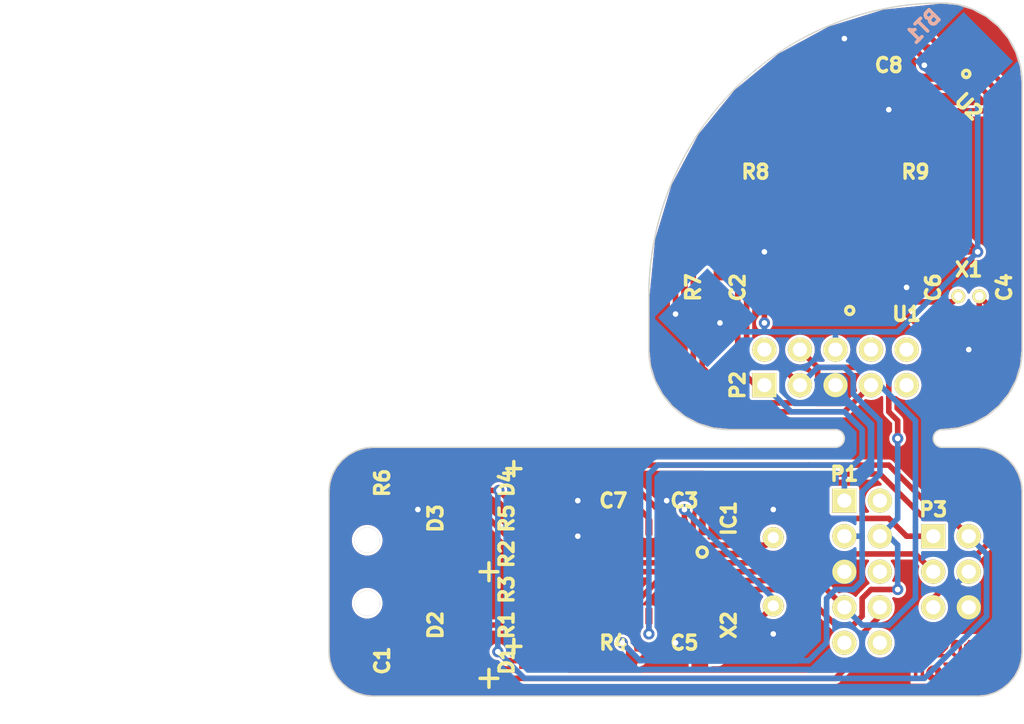
<source format=kicad_pcb>
(kicad_pcb (version 4) (host pcbnew "(2014-10-11 BZR 5175)-product")
  (layers (0 F.Cu signal) (31 B.Cu signal) (36 B.SilkS user) (37 F.SilkS user) (38 B.Mask user) (39 F.Mask user) (44 Edge.Cuts user))
  (net 0 "")
  (net 1 GND)
  (net 2 +5V)
  (net 3 /MOSI)
  (net 4 /MISO)
  (net 5 /D-)
  (net 6 /D+)
  (net 7 +BATT)
  (net 8 /MSP_XTAL1)
  (net 9 /MSP_XTAL2)
  (net 10 VCC)
  (net 11 /XTAL1)
  (net 12 /XTAL2)
  (net 13 "Net-(D1-Pad2)")
  (net 14 "Net-(D2-Pad2)")
  (net 15 "Net-(D4-Pad1)")
  (net 16 /AVR_RST)
  (net 17 /AVR_RTS)
  (net 18 /AVR_TX)
  (net 19 /SCK)
  (net 20 /AVR_RX)
  (net 21 /AVR_DTR)
  (net 22 "Net-(J1-Pad2)")
  (net 23 "Net-(J1-Pad3)")
  (net 24 /SCL)
  (net 25 /SDA)
  (module workshop:BC-2001 (layer B.Cu) (at 56.515 139.065 45)
    (fp_text reference BT1 (at 12.7 -3.81 45) (layer B.SilkS) (effects (font (thickness 0.25)) (justify mirror)))
    (fp_text value BATTERY hide)
    (pad 1 smd rect (at 12.95 0 45) (size 5 5) (layers B.Cu B.Mask) (net 7 +BATT))
    (pad 1 smd rect (at -12.95 0 45) (size 5 5) (layers B.Cu B.Mask) (net 7 +BATT))
    (pad 2 smd circle (at 0 0 45) (size 10 10) (layers B.Cu B.Mask) (net 1 GND))
  )
  (module workshop:USB_A_MC32604 (layer F.Cu) (at 25.4 166.37 270)
    (fp_text reference J1 hide)
    (fp_text value USB hide)
    (pad 4 smd rect (at -3.5 0 270) (size 1.3 1.7) (layers F.Cu F.Mask) (net 1 GND))
    (pad 3 smd rect (at -1 0 270) (size 1.3 1.7) (layers F.Cu F.Mask) (net 23 "Net-(J1-Pad3)"))
    (pad 2 smd rect (at 1 0.23 270) (size 1.3 1.7) (layers F.Cu F.Mask) (net 22 "Net-(J1-Pad2)"))
    (pad 1 smd rect (at 3.5 0 270) (size 1.3 1.7) (layers F.Cu F.Mask) (net 2 +5V))
    (pad 5 thru_hole circle (at -2.25 2.35 270) (size 1.8 1.8) (drill 1.8) (layers *.Cu *.Mask F.SilkS))
    (pad 6 thru_hole circle (at 2.25 2.35 270) (size 1.8 1.8) (drill 1.8) (layers *.Cu *.Mask F.SilkS))
  )
  (module workshop:0603 (layer F.Cu) (at 26.67 172.72 180)
    (fp_text reference C1 (at 2.54 0 270) (layer F.SilkS) (effects (font (thickness 0.25))))
    (fp_text value 4.7µF hide)
    (pad 1 smd rect (at -1.1 0 180) (size 1.2 0.9) (layers F.Cu F.Mask) (net 2 +5V))
    (pad 2 smd rect (at 1.1 0 180) (size 1.2 0.9) (layers F.Cu F.Mask) (net 1 GND))
  )
  (module workshop:0603 (layer F.Cu) (at 51.435 146.05 90)
    (fp_text reference C2 (at 0 -1.905 270) (layer F.SilkS) (effects (font (thickness 0.25))))
    (fp_text value 0.1µF hide)
    (pad 1 smd rect (at -1.1 0 90) (size 1.2 0.9) (layers F.Cu F.Mask) (net 7 +BATT))
    (pad 2 smd rect (at 1.1 0 90) (size 1.2 0.9) (layers F.Cu F.Mask) (net 1 GND))
  )
  (module workshop:0603 (layer F.Cu) (at 45.72 160.02 180)
    (fp_text reference C3 (at 0 -1.27 360) (layer F.SilkS) (effects (font (thickness 0.25))))
    (fp_text value 0.1µF hide)
    (pad 1 smd rect (at -1.1 0 180) (size 1.2 0.9) (layers F.Cu F.Mask) (net 10 VCC))
    (pad 2 smd rect (at 1.1 0 180) (size 1.2 0.9) (layers F.Cu F.Mask) (net 1 GND))
  )
  (module workshop:0603 (layer F.Cu) (at 67.945 149.225 90)
    (fp_text reference C4 (at 3.175 0.635 270) (layer F.SilkS) (effects (font (thickness 0.25))))
    (fp_text value 15pF hide)
    (pad 1 smd rect (at -1.1 0 90) (size 1.2 0.9) (layers F.Cu F.Mask) (net 1 GND))
    (pad 2 smd rect (at 1.1 0 90) (size 1.2 0.9) (layers F.Cu F.Mask) (net 8 /MSP_XTAL1))
  )
  (module workshop:0603 (layer F.Cu) (at 45.72 172.72)
    (fp_text reference C5 (at 0 -1.27 180) (layer F.SilkS) (effects (font (thickness 0.25))))
    (fp_text value 27pF hide)
    (pad 1 smd rect (at -1.1 0) (size 1.2 0.9) (layers F.Cu F.Mask) (net 1 GND))
    (pad 2 smd rect (at 1.1 0) (size 1.2 0.9) (layers F.Cu F.Mask) (net 11 /XTAL1))
  )
  (module workshop:0603 (layer F.Cu) (at 64.135 149.225 90)
    (fp_text reference C6 (at 3.175 -0.635 270) (layer F.SilkS) (effects (font (thickness 0.25))))
    (fp_text value 15pF hide)
    (pad 1 smd rect (at -1.1 0 90) (size 1.2 0.9) (layers F.Cu F.Mask) (net 1 GND))
    (pad 2 smd rect (at 1.1 0 90) (size 1.2 0.9) (layers F.Cu F.Mask) (net 9 /MSP_XTAL2))
  )
  (module workshop:0603 (layer F.Cu) (at 40.64 160.02)
    (fp_text reference C7 (at 0 1.27) (layer F.SilkS) (effects (font (thickness 0.25))))
    (fp_text value 27pF hide)
    (pad 1 smd rect (at -1.1 0) (size 1.2 0.9) (layers F.Cu F.Mask) (net 1 GND))
    (pad 2 smd rect (at 1.1 0) (size 1.2 0.9) (layers F.Cu F.Mask) (net 12 /XTAL2))
  )
  (module workshop:LED-0805 (layer F.Cu) (at 35.56 172.72)
    (fp_text reference D1 (at -2.54 0 90) (layer F.SilkS) (effects (font (thickness 0.25))))
    (fp_text value TX hide)
    (fp_line (start -2.032 -0.508) (end -2.032 -1.524) (layer F.SilkS) (width 0.25))
    (fp_line (start -1.524 -1.016) (end -2.54 -1.016) (layer F.SilkS) (width 0.25))
    (pad 1 smd rect (at -1.04902 0) (size 1.19888 1.19888) (layers F.Cu F.Mask) (net 10 VCC))
    (pad 2 smd rect (at 1.04902 0) (size 1.19888 1.19888) (layers F.Cu F.Mask) (net 13 "Net-(D1-Pad2)"))
  )
  (module workshop:LED-0805 (layer F.Cu) (at 35.56 160.02)
    (fp_text reference D4 (at -2.54 0 90) (layer F.SilkS) (effects (font (thickness 0.25))))
    (fp_text value POWER hide)
    (fp_line (start -2.032 -0.508) (end -2.032 -1.524) (layer F.SilkS) (width 0.25))
    (fp_line (start -1.524 -1.016) (end -2.54 -1.016) (layer F.SilkS) (width 0.25))
    (pad 1 smd rect (at -1.04902 0) (size 1.19888 1.19888) (layers F.Cu F.Mask) (net 15 "Net-(D4-Pad1)"))
    (pad 2 smd rect (at 1.04902 0) (size 1.19888 1.19888) (layers F.Cu F.Mask) (net 1 GND))
  )
  (module workshop:Pin_Header_Straight_2x03 (layer F.Cu) (at 64.77 166.37 270)
    (fp_text reference P3 (at -4.445 1.27 540) (layer F.SilkS) (effects (font (thickness 0.25))))
    (fp_text value ISP hide)
    (pad 1 thru_hole rect (at -2.54 1.27 270) (size 1.7272 1.7272) (drill 1.016) (layers *.Cu *.Mask F.SilkS) (net 4 /MISO))
    (pad 2 thru_hole oval (at -2.54 -1.27 270) (size 1.7272 1.7272) (drill 1.016) (layers *.Cu *.Mask F.SilkS) (net 10 VCC))
    (pad 3 thru_hole oval (at 0 1.27 270) (size 1.7272 1.7272) (drill 1.016) (layers *.Cu *.Mask F.SilkS) (net 19 /SCK))
    (pad 4 thru_hole oval (at 0 -1.27 270) (size 1.7272 1.7272) (drill 1.016) (layers *.Cu *.Mask F.SilkS) (net 3 /MOSI))
    (pad 5 thru_hole oval (at 2.54 1.27 270) (size 1.7272 1.7272) (drill 1.016) (layers *.Cu *.Mask F.SilkS) (net 16 /AVR_RST))
    (pad 6 thru_hole oval (at 2.54 -1.27 270) (size 1.7272 1.7272) (drill 1.016) (layers *.Cu *.Mask F.SilkS) (net 1 GND))
  )
  (module workshop:0603 (layer F.Cu) (at 35.56 170.18)
    (fp_text reference R1 (at -2.54 0 90) (layer F.SilkS) (effects (font (thickness 0.25))))
    (fp_text value 1k5 hide)
    (pad 1 smd rect (at -1.1 0) (size 1.2 0.9) (layers F.Cu F.Mask) (net 22 "Net-(J1-Pad2)"))
    (pad 2 smd rect (at 1.1 0) (size 1.2 0.9) (layers F.Cu F.Mask) (net 10 VCC))
  )
  (module workshop:0603 (layer F.Cu) (at 35.56 165.1 180)
    (fp_text reference R2 (at 2.54 0 270) (layer F.SilkS) (effects (font (thickness 0.25))))
    (fp_text value 68 hide)
    (pad 1 smd rect (at -1.1 0 180) (size 1.2 0.9) (layers F.Cu F.Mask) (net 6 /D+))
    (pad 2 smd rect (at 1.1 0 180) (size 1.2 0.9) (layers F.Cu F.Mask) (net 23 "Net-(J1-Pad3)"))
  )
  (module workshop:0603 (layer F.Cu) (at 35.56 167.64 180)
    (fp_text reference R3 (at 2.54 0 270) (layer F.SilkS) (effects (font (thickness 0.25))))
    (fp_text value 68 hide)
    (pad 1 smd rect (at -1.1 0 180) (size 1.2 0.9) (layers F.Cu F.Mask) (net 5 /D-))
    (pad 2 smd rect (at 1.1 0 180) (size 1.2 0.9) (layers F.Cu F.Mask) (net 22 "Net-(J1-Pad2)"))
  )
  (module workshop:0603 (layer F.Cu) (at 40.64 172.72 180)
    (fp_text reference R4 (at 0 1.27 360) (layer F.SilkS) (effects (font (thickness 0.25))))
    (fp_text value 68 hide)
    (pad 1 smd rect (at -1.1 0 180) (size 1.2 0.9) (layers F.Cu F.Mask) (net 18 /AVR_TX))
    (pad 2 smd rect (at 1.1 0 180) (size 1.2 0.9) (layers F.Cu F.Mask) (net 13 "Net-(D1-Pad2)"))
  )
  (module workshop:0603 (layer F.Cu) (at 35.56 162.56)
    (fp_text reference R5 (at -2.54 0 270) (layer F.SilkS) (effects (font (thickness 0.25))))
    (fp_text value 68 hide)
    (pad 1 smd rect (at -1.1 0) (size 1.2 0.9) (layers F.Cu F.Mask) (net 10 VCC))
    (pad 2 smd rect (at 1.1 0) (size 1.2 0.9) (layers F.Cu F.Mask) (net 15 "Net-(D4-Pad1)"))
  )
  (module workshop:0603 (layer F.Cu) (at 26.67 160.02)
    (fp_text reference R6 (at -2.54 0 90) (layer F.SilkS) (effects (font (thickness 0.25))))
    (fp_text value 10k hide)
    (pad 1 smd rect (at -1.1 0) (size 1.2 0.9) (layers F.Cu F.Mask) (net 16 /AVR_RST))
    (pad 2 smd rect (at 1.1 0) (size 1.2 0.9) (layers F.Cu F.Mask) (net 10 VCC))
  )
  (module workshop:0603 (layer F.Cu) (at 48.26 146.05 270)
    (fp_text reference R7 (at 0 1.905 450) (layer F.SilkS) (effects (font (thickness 0.25))))
    (fp_text value 10k hide)
    (pad 1 smd rect (at -1.1 0 270) (size 1.2 0.9) (layers F.Cu F.Mask) (net 21 /AVR_DTR))
    (pad 2 smd rect (at 1.1 0 270) (size 1.2 0.9) (layers F.Cu F.Mask) (net 7 +BATT))
  )
  (module workshop:TSSOP-28 (layer F.Cu) (at 56.515 143.51 90)
    (fp_text reference U1 (at -4.445 5.08 180) (layer F.SilkS) (effects (font (thickness 0.25))))
    (fp_text value MSP430FR5738 hide)
    (fp_circle (center -4.191 1.016) (end -4.318 1.27) (layer F.SilkS) (width 0.25))
    (pad 7 smd rect (at -0.32512 2.79908 90) (size 0.4191 1.47066) (layers F.Cu F.Mask))
    (pad 8 smd rect (at 0.32512 2.79908 90) (size 0.4191 1.47066) (layers F.Cu F.Mask))
    (pad 9 smd rect (at 0.97536 2.79908 90) (size 0.4191 1.47066) (layers F.Cu F.Mask))
    (pad 10 smd rect (at 1.6256 2.79908 90) (size 0.4191 1.47066) (layers F.Cu F.Mask))
    (pad 25 smd rect (at -2.26568 -2.794 90) (size 0.4191 1.47066) (layers F.Cu F.Mask) (net 1 GND))
    (pad 4 smd rect (at -2.27584 2.79908 90) (size 0.4191 1.47066) (layers F.Cu F.Mask) (net 7 +BATT))
    (pad 5 smd rect (at -1.6256 2.79908 90) (size 0.4191 1.47066) (layers F.Cu F.Mask))
    (pad 6 smd rect (at -0.97536 2.79908 90) (size 0.4191 1.47066) (layers F.Cu F.Mask))
    (pad 18 smd rect (at 2.27584 -2.79908 90) (size 0.4191 1.47066) (layers F.Cu F.Mask) (net 21 /AVR_DTR))
    (pad 19 smd rect (at 1.6256 -2.79908 90) (size 0.4191 1.47066) (layers F.Cu F.Mask) (net 20 /AVR_RX))
    (pad 20 smd rect (at 0.97536 -2.79908 90) (size 0.4191 1.47066) (layers F.Cu F.Mask) (net 18 /AVR_TX))
    (pad 21 smd rect (at 0.32512 -2.79908 90) (size 0.4191 1.47066) (layers F.Cu F.Mask))
    (pad 22 smd rect (at -0.32512 -2.79908 90) (size 0.4191 1.47066) (layers F.Cu F.Mask) (net 25 /SDA))
    (pad 23 smd rect (at -0.97536 -2.79908 90) (size 0.4191 1.47066) (layers F.Cu F.Mask) (net 24 /SCL))
    (pad 11 smd rect (at 2.27584 2.79908 90) (size 0.4191 1.47066) (layers F.Cu F.Mask))
    (pad 24 smd rect (at -1.6256 -2.794 90) (size 0.4191 1.47066) (layers F.Cu F.Mask))
    (pad 3 smd rect (at -2.92608 2.79908 90) (size 0.4191 1.47066) (layers F.Cu F.Mask) (net 1 GND))
    (pad 12 smd rect (at 2.92608 2.79908 90) (size 0.4191 1.47066) (layers F.Cu F.Mask))
    (pad 17 smd rect (at 2.92608 -2.79908 90) (size 0.4191 1.47066) (layers F.Cu F.Mask) (net 17 /AVR_RTS))
    (pad 26 smd rect (at -2.92608 -2.79908 90) (size 0.4191 1.47066) (layers F.Cu F.Mask) (net 7 +BATT))
    (pad 2 smd rect (at -3.57378 2.79908 90) (size 0.4191 1.47066) (layers F.Cu F.Mask) (net 9 /MSP_XTAL2))
    (pad 13 smd rect (at 3.57378 2.79908 90) (size 0.4191 1.47066) (layers F.Cu F.Mask))
    (pad 16 smd rect (at 3.57378 -2.79908 90) (size 0.4191 1.47066) (layers F.Cu F.Mask))
    (pad 27 smd rect (at -3.57378 -2.79908 90) (size 0.4191 1.47066) (layers F.Cu F.Mask))
    (pad 1 smd rect (at -4.22402 2.79908 90) (size 0.4191 1.47066) (layers F.Cu F.Mask) (net 8 /MSP_XTAL1))
    (pad 14 smd rect (at 4.22402 2.79908 90) (size 0.4191 1.47066) (layers F.Cu F.Mask))
    (pad 15 smd rect (at 4.22402 -2.79908 90) (size 0.4191 1.47066) (layers F.Cu F.Mask))
    (pad 28 smd rect (at -4.22402 -2.79908 90) (size 0.4191 1.47066) (layers F.Cu F.Mask))
  )
  (module workshop:SOIC-14_N (layer F.Cu) (at 43.18 166.497 180)
    (fp_text reference IC1 (at -5.715 3.937 270) (layer F.SilkS) (effects (font (thickness 0.25))))
    (fp_text value ATTINY841-SSU hide)
    (fp_circle (center -3.81 1.524) (end -3.556 1.778) (layer F.SilkS) (width 0.25))
    (pad 1 smd rect (at -3.81 3.302 180) (size 0.508 1.143) (layers F.Cu F.Mask) (net 10 VCC))
    (pad 2 smd rect (at -2.54 3.302 180) (size 0.508 1.143) (layers F.Cu F.Mask) (net 11 /XTAL1))
    (pad 3 smd rect (at -1.27 3.302 180) (size 0.508 1.143) (layers F.Cu F.Mask) (net 12 /XTAL2))
    (pad 4 smd rect (at 0 3.302 180) (size 0.508 1.143) (layers F.Cu F.Mask) (net 16 /AVR_RST))
    (pad 5 smd rect (at 1.27 3.302 180) (size 0.508 1.143) (layers F.Cu F.Mask) (net 5 /D-))
    (pad 6 smd rect (at 2.54 3.302 180) (size 0.508 1.143) (layers F.Cu F.Mask) (net 6 /D+))
    (pad 7 smd rect (at 3.81 3.302 180) (size 0.508 1.143) (layers F.Cu F.Mask) (net 3 /MOSI))
    (pad 8 smd rect (at 3.81 -3.048 180) (size 0.508 1.143) (layers F.Cu F.Mask) (net 4 /MISO))
    (pad 9 smd rect (at 2.54 -3.048 180) (size 0.508 1.143) (layers F.Cu F.Mask) (net 19 /SCK))
    (pad 11 smd rect (at 0 -3.048 180) (size 0.508 1.143) (layers F.Cu F.Mask) (net 20 /AVR_RX))
    (pad 12 smd rect (at -1.27 -3.048 180) (size 0.508 1.143) (layers F.Cu F.Mask) (net 18 /AVR_TX))
    (pad 13 smd rect (at -2.54 -3.048 180) (size 0.508 1.143) (layers F.Cu F.Mask) (net 21 /AVR_DTR))
    (pad 14 smd rect (at -3.81 -3.048 180) (size 0.508 1.143) (layers F.Cu F.Mask) (net 1 GND))
    (pad 10 smd rect (at 1.27 -3.048 180) (size 0.508 1.143) (layers F.Cu F.Mask) (net 17 /AVR_RTS))
  )
  (module workshop:Pin_Header_Straight_2x05 (layer F.Cu) (at 58.42 166.37 270)
    (fp_text reference P1 (at -6.985 1.27 540) (layer F.SilkS) (effects (font (thickness 0.25))))
    (fp_text value BSL hide)
    (pad 1 thru_hole rect (at -5.08 1.27 270) (size 1.7272 1.7272) (drill 1.016) (layers *.Cu *.Mask F.SilkS) (net 20 /AVR_RX))
    (pad 2 thru_hole oval (at -5.08 -1.27 270) (size 1.7272 1.7272) (drill 1.016) (layers *.Cu *.Mask F.SilkS))
    (pad 3 thru_hole oval (at -2.54 1.27 270) (size 1.7272 1.7272) (drill 1.016) (layers *.Cu *.Mask F.SilkS) (net 18 /AVR_TX))
    (pad 4 thru_hole oval (at -2.54 -1.27 270) (size 1.7272 1.7272) (drill 1.016) (layers *.Cu *.Mask F.SilkS) (net 21 /AVR_DTR))
    (pad 5 thru_hole oval (at 0 1.27 270) (size 1.7272 1.7272) (drill 1.016) (layers *.Cu *.Mask F.SilkS) (net 1 GND))
    (pad 6 thru_hole oval (at 0 -1.27 270) (size 1.7272 1.7272) (drill 1.016) (layers *.Cu *.Mask F.SilkS))
    (pad 7 thru_hole oval (at 2.54 1.27 270) (size 1.7272 1.7272) (drill 1.016) (layers *.Cu *.Mask F.SilkS) (net 17 /AVR_RTS))
    (pad 8 thru_hole oval (at 2.54 -1.27 270) (size 1.7272 1.7272) (drill 1.016) (layers *.Cu *.Mask F.SilkS) (net 2 +5V))
    (pad 9 thru_hole oval (at 5.08 1.27 270) (size 1.7272 1.7272) (drill 1.016) (layers *.Cu *.Mask F.SilkS))
    (pad 10 thru_hole oval (at 5.08 -1.27 270) (size 1.7272 1.7272) (drill 1.016) (layers *.Cu *.Mask F.SilkS))
  )
  (module workshop:Pin_Header_Straight_2x05 (layer F.Cu) (at 56.515 151.765)
    (fp_text reference P2 (at -6.985 1.27 90) (layer F.SilkS) (effects (font (thickness 0.25))))
    (fp_text value BSL hide)
    (pad 1 thru_hole rect (at -5.08 1.27) (size 1.7272 1.7272) (drill 1.016) (layers *.Cu *.Mask F.SilkS) (net 20 /AVR_RX))
    (pad 2 thru_hole oval (at -5.08 -1.27) (size 1.7272 1.7272) (drill 1.016) (layers *.Cu *.Mask F.SilkS))
    (pad 3 thru_hole oval (at -2.54 1.27) (size 1.7272 1.7272) (drill 1.016) (layers *.Cu *.Mask F.SilkS) (net 18 /AVR_TX))
    (pad 4 thru_hole oval (at -2.54 -1.27) (size 1.7272 1.7272) (drill 1.016) (layers *.Cu *.Mask F.SilkS) (net 21 /AVR_DTR))
    (pad 5 thru_hole oval (at 0 1.27) (size 1.7272 1.7272) (drill 1.016) (layers *.Cu *.Mask F.SilkS) (net 1 GND))
    (pad 6 thru_hole oval (at 0 -1.27) (size 1.7272 1.7272) (drill 1.016) (layers *.Cu *.Mask F.SilkS) (net 7 +BATT))
    (pad 7 thru_hole oval (at 2.54 1.27) (size 1.7272 1.7272) (drill 1.016) (layers *.Cu *.Mask F.SilkS) (net 17 /AVR_RTS))
    (pad 8 thru_hole oval (at 2.54 -1.27) (size 1.7272 1.7272) (drill 1.016) (layers *.Cu *.Mask F.SilkS))
    (pad 9 thru_hole oval (at 5.08 1.27) (size 1.7272 1.7272) (drill 1.016) (layers *.Cu *.Mask F.SilkS))
    (pad 10 thru_hole oval (at 5.08 -1.27) (size 1.7272 1.7272) (drill 1.016) (layers *.Cu *.Mask F.SilkS))
  )
  (module workshop:Diode-SMA_Standard (layer F.Cu) (at 30.48 170.18 90)
    (fp_text reference D2 (at 0 -2.54 90) (layer F.SilkS) (effects (font (thickness 0.25))))
    (fp_text value DIODE hide)
    (fp_line (start -3.81 0.635) (end -3.81 1.905) (layer F.SilkS) (width 0.25))
    (fp_line (start -3.175 1.27) (end -4.445 1.27) (layer F.SilkS) (width 0.25))
    (pad 1 smd rect (at -1.99898 0 90) (size 2.49936 1.80086) (layers F.Cu F.Mask) (net 2 +5V))
    (pad 2 smd rect (at 1.99898 0 90) (size 2.49936 1.80086) (layers F.Cu F.Mask) (net 14 "Net-(D2-Pad2)"))
  )
  (module workshop:Diode-SMA_Standard (layer F.Cu) (at 30.48 162.56 90)
    (fp_text reference D3 (at 0 -2.54 90) (layer F.SilkS) (effects (font (thickness 0.25))))
    (fp_text value DIODE hide)
    (fp_line (start -3.81 0.635) (end -3.81 1.905) (layer F.SilkS) (width 0.25))
    (fp_line (start -3.175 1.27) (end -4.445 1.27) (layer F.SilkS) (width 0.25))
    (pad 1 smd rect (at -1.99898 0 90) (size 2.49936 1.80086) (layers F.Cu F.Mask) (net 14 "Net-(D2-Pad2)"))
    (pad 2 smd rect (at 1.99898 0 90) (size 2.49936 1.80086) (layers F.Cu F.Mask) (net 10 VCC))
  )
  (module workshop:Crystal_HC49-U_Vertical (layer F.Cu) (at 52.07 166.37 90)
    (fp_text reference X2 (at -3.81 -3.175 270) (layer F.SilkS) (effects (font (thickness 0.25))))
    (fp_text value 12MHz hide)
    (pad 1 thru_hole circle (at -2.44094 0 90) (size 1.50114 1.50114) (drill 0.8001) (layers *.Cu *.Mask F.SilkS) (net 11 /XTAL1))
    (pad 2 thru_hole circle (at 2.44094 0 90) (size 1.50114 1.50114) (drill 0.8001) (layers *.Cu *.Mask F.SilkS) (net 12 /XTAL2))
    (pad 3 smd rect (at -5.715 0 90) (size 1.27 1.27) (layers F.Cu F.Mask) (net 1 GND))
    (pad 3 smd rect (at 5.715 0 90) (size 1.27 1.27) (layers F.Cu F.Mask) (net 1 GND))
  )
  (module workshop:Crystal_Round_Horizontal_2mm (layer F.Cu) (at 66.04 146.685 180)
    (fp_text reference X1 (at 0 1.905 180) (layer F.SilkS) (effects (font (thickness 0.25))))
    (fp_text value 32768Hz hide)
    (pad 1 thru_hole circle (at -0.7493 0 180) (size 1.00076 1.00076) (drill 0.59944) (layers *.Cu *.Mask F.SilkS) (net 8 /MSP_XTAL1))
    (pad 2 thru_hole circle (at 0.7493 0 180) (size 1.00076 1.00076) (drill 0.59944) (layers *.Cu *.Mask F.SilkS) (net 9 /MSP_XTAL2))
    (pad 3 smd rect (at 0 -6.35 180) (size 1.27 1.27) (layers F.Cu F.Mask) (net 1 GND))
  )
  (module workshop:0603 (layer F.Cu) (at 60.325 128.27 180)
    (fp_text reference C8 (at 0 -1.905 360) (layer F.SilkS) (effects (font (thickness 0.25))))
    (fp_text value 0.1µF hide)
    (pad 1 smd rect (at -1.1 0 180) (size 1.2 0.9) (layers F.Cu F.Mask) (net 7 +BATT))
    (pad 2 smd rect (at 1.1 0 180) (size 1.2 0.9) (layers F.Cu F.Mask) (net 1 GND))
  )
  (module workshop:0603 (layer F.Cu) (at 59.055 137.795)
    (fp_text reference R8 (at -8.255 0 180) (layer F.SilkS) (effects (font (thickness 0.25))))
    (fp_text value 10k hide)
    (pad 1 smd rect (at -1.1 0) (size 1.2 0.9) (layers F.Cu F.Mask) (net 24 /SCL))
    (pad 2 smd rect (at 1.1 0) (size 1.2 0.9) (layers F.Cu F.Mask) (net 7 +BATT))
  )
  (module workshop:0603 (layer F.Cu) (at 53.975 137.795 180)
    (fp_text reference R9 (at -8.255 0 360) (layer F.SilkS) (effects (font (thickness 0.25))))
    (fp_text value 10k hide)
    (pad 1 smd rect (at -1.1 0 180) (size 1.2 0.9) (layers F.Cu F.Mask) (net 25 /SDA))
    (pad 2 smd rect (at 1.1 0 180) (size 1.2 0.9) (layers F.Cu F.Mask) (net 7 +BATT))
  )
  (module workshop:MSOP-8 (layer F.Cu) (at 66.04 129.54 45)
    (fp_text reference U2 (at -2.54 2.54 135) (layer F.SilkS) (effects (font (thickness 0.25))))
    (fp_text value TMP275 hide)
    (fp_circle (center -1.016 0.762) (end -1.016 1.016) (layer F.SilkS) (width 0.25))
    (pad 1 smd rect (at -0.97536 2.159 45) (size 0.381 1.27) (layers F.Cu F.Mask) (net 25 /SDA))
    (pad 2 smd rect (at -0.32512 2.159 45) (size 0.381 1.27) (layers F.Cu F.Mask) (net 24 /SCL))
    (pad 3 smd rect (at 0.32512 2.159 45) (size 0.381 1.27) (layers F.Cu F.Mask))
    (pad 4 smd rect (at 0.97536 2.159 45) (size 0.381 1.27) (layers F.Cu F.Mask) (net 1 GND))
    (pad 5 smd rect (at 0.97536 -2.159 45) (size 0.381 1.27) (layers F.Cu F.Mask) (net 1 GND))
    (pad 6 smd rect (at 0.32512 -2.159 45) (size 0.381 1.27) (layers F.Cu F.Mask) (net 1 GND))
    (pad 7 smd rect (at -0.32512 -2.159 45) (size 0.381 1.27) (layers F.Cu F.Mask) (net 1 GND))
    (pad 8 smd rect (at -0.97536 -2.159 45) (size 0.381 1.27) (layers F.Cu F.Mask) (net 7 +BATT))
  )
  (gr_text V1.1 (at 54.61 132.08) (layer F.Cu) (effects (font (size 1 1) (thickness 0.25)) (justify right)))
  (gr_text "©2014\nb@Zi.iS" (at 54.61 134.62) (layer F.Cu) (effects (font (size 1 1) (thickness 0.25)) (justify right)))
  (gr_line (start 43.18 150.495) (end 43.18 146.685) (angle 90) (layer Edge.Cuts) (width 0.1))
  (gr_line (start 69.85 131.445) (end 69.85 150.495) (angle 90) (layer Edge.Cuts) (width 0.1))
  (gr_arc (start 64.135 150.495) (end 69.85 150.495) (angle 90) (layer Edge.Cuts) (width 0.1))
  (gr_line (start 48.895 156.21) (end 56.515 156.21) (angle 90) (layer Edge.Cuts) (width 0.1))
  (gr_arc (start 48.895 150.495) (end 48.895 156.21) (angle 90) (layer Edge.Cuts) (width 0.1))
  (gr_arc (start 64.135 131.445) (end 64.135 125.73) (angle 90) (layer Edge.Cuts) (width 0.1))
  (gr_arc (start 64.135 146.685) (end 43.18 146.685) (angle 90) (layer Edge.Cuts) (width 0.1))
  (gr_line (start 49.53 157.48) (end 56.515 157.48) (angle 90) (layer Edge.Cuts) (width 0.1))
  (gr_line (start 64.135 157.48) (end 66.675 157.48) (angle 90) (layer Edge.Cuts) (width 0.1))
  (gr_text V1.1 (at 64.77 159.385) (layer F.Cu) (effects (font (size 1 1) (thickness 0.25))))
  (gr_line (start 66.675 175.26) (end 23.495 175.26) (angle 90) (layer Edge.Cuts) (width 0.1))
  (gr_line (start 20.32 172.085) (end 20.32 160.655) (angle 90) (layer Edge.Cuts) (width 0.1))
  (gr_line (start 23.495 157.48) (end 49.53 157.48) (angle 90) (layer Edge.Cuts) (width 0.1))
  (gr_arc (start 56.515 156.845) (end 57.15 156.845) (angle 90) (layer Edge.Cuts) (width 0.1))
  (gr_arc (start 64.135 156.845) (end 64.135 157.48) (angle 90) (layer Edge.Cuts) (width 0.1))
  (gr_line (start 69.85 172.085) (end 69.85 160.655) (angle 90) (layer Edge.Cuts) (width 0.1))
  (gr_arc (start 64.135 156.845) (end 63.5 156.845) (angle 90) (layer Edge.Cuts) (width 0.1))
  (gr_arc (start 56.515 156.845) (end 56.515 156.21) (angle 90) (layer Edge.Cuts) (width 0.1))
  (gr_arc (start 66.675 160.655) (end 66.675 157.48) (angle 90) (layer Edge.Cuts) (width 0.1))
  (gr_arc (start 23.495 160.655) (end 20.32 160.655) (angle 90) (layer Edge.Cuts) (width 0.1))
  (gr_arc (start 66.675 172.085) (end 69.85 172.085) (angle 90) (layer Edge.Cuts) (width 0.1))
  (gr_arc (start 23.495 172.085) (end 23.495 175.26) (angle 90) (layer Edge.Cuts) (width 0.1))
  (gr_text "©2014\nb@Zi.iS" (at 64.77 172.72) (layer F.Cu) (effects (font (size 1 1) (thickness 0.25))))
  (segment (start 52.07 172.085) (end 52.07 170.815) (width 0.4) (layer F.Cu) (net 1))
  (via (at 52.07 170.815) (size 0.8) (layers F.Cu B.Cu) (net 1))
  (segment (start 52.07 160.655) (end 52.07 161.925) (width 0.4) (layer F.Cu) (net 1))
  (via (at 52.07 161.925) (size 0.8) (layers F.Cu B.Cu) (net 1))
  (segment (start 45.085 171.45) (end 46.355 171.45) (width 0.4) (layer F.Cu) (net 1))
  (segment (start 44.62 171.915) (end 45.085 171.45) (width 0.4) (layer F.Cu) (net 1))
  (via (at 45.085 171.45) (size 0.8) (layers F.Cu B.Cu) (net 1))
  (segment (start 44.62 172.72) (end 44.62 171.915) (width 0.4) (layer F.Cu) (net 1))
  (segment (start 46.99 170.815) (end 46.99 169.545) (width 0.4) (layer F.Cu) (net 1))
  (segment (start 46.355 171.45) (end 46.99 170.815) (width 0.4) (layer F.Cu) (net 1))
  (segment (start 25.4 162.87) (end 25.725 162.87) (width 0.4) (layer F.Cu) (net 1))
  (segment (start 25.725 162.87) (end 26.67 161.925) (width 0.4) (layer F.Cu) (net 1))
  (via (at 26.67 161.925) (size 0.8) (layers F.Cu B.Cu) (net 1))
  (segment (start 59.31408 146.43608) (end 61.20892 146.43608) (width 0.4) (layer F.Cu) (net 1))
  (via (at 61.595 146.05) (size 0.8) (layers F.Cu B.Cu) (net 1))
  (segment (start 61.20892 146.43608) (end 61.595 146.05) (width 0.4) (layer F.Cu) (net 1))
  (segment (start 44.62 160.02) (end 44.62 161.12) (width 0.4) (layer F.Cu) (net 1))
  (via (at 44.45 161.29) (size 0.8) (layers F.Cu B.Cu) (net 1))
  (segment (start 44.62 161.12) (end 44.45 161.29) (width 0.4) (layer F.Cu) (net 1))
  (segment (start 38.1 160.02) (end 38.1 161.29) (width 0.4) (layer F.Cu) (net 1))
  (via (at 38.1 161.29) (size 0.8) (layers F.Cu B.Cu) (net 1))
  (segment (start 38.1 160.02) (end 36.60902 160.02) (width 0.4) (layer F.Cu) (net 1))
  (segment (start 39.54 160.02) (end 38.1 160.02) (width 0.4) (layer F.Cu) (net 1))
  (segment (start 66.21 150.325) (end 66.04 150.495) (width 0.4) (layer F.Cu) (net 1))
  (segment (start 65.87 150.325) (end 64.135 150.325) (width 0.4) (layer F.Cu) (net 1))
  (via (at 66.04 150.495) (size 0.8) (layers F.Cu B.Cu) (net 1))
  (segment (start 65.87 150.325) (end 66.04 150.495) (width 0.4) (layer F.Cu) (net 1))
  (segment (start 67.945 150.325) (end 66.21 150.325) (width 0.4) (layer F.Cu) (net 1))
  (segment (start 52.26068 145.77568) (end 51.435 144.95) (width 0.4) (layer F.Cu) (net 1))
  (segment (start 53.721 145.77568) (end 52.26068 145.77568) (width 0.4) (layer F.Cu) (net 1))
  (via (at 51.435 143.51) (size 0.8) (layers F.Cu B.Cu) (net 1))
  (segment (start 51.435 144.95) (end 51.435 143.51) (width 0.4) (layer F.Cu) (net 1))
  (via (at 60.325 133.35) (size 0.8) (layers F.Cu B.Cu) (net 1))
  (segment (start 56.515 137.16) (end 60.325 133.35) (width 0.4) (layer B.Cu) (net 1))
  (segment (start 56.515 139.065) (end 56.515 137.16) (width 0.4) (layer B.Cu) (net 1))
  (via (at 57.15 128.27) (size 0.8) (layers F.Cu B.Cu) (net 1))
  (segment (start 59.225 128.27) (end 57.15 128.27) (width 0.4) (layer F.Cu) (net 1))
  (segment (start 29.93898 172.72) (end 30.48 172.17898) (width 0.4) (layer F.Cu) (net 2))
  (segment (start 31.02102 172.72) (end 30.48 172.17898) (width 0.4) (layer F.Cu) (net 2))
  (segment (start 29.93898 172.72) (end 30.48 172.17898) (width 0.4) (layer F.Cu) (net 2))
  (segment (start 28.31102 172.17898) (end 27.77 172.72) (width 0.4) (layer F.Cu) (net 2))
  (segment (start 30.48 172.17898) (end 28.31102 172.17898) (width 0.4) (layer F.Cu) (net 2))
  (segment (start 26.00204 169.87) (end 25.4 169.87) (width 0.4) (layer F.Cu) (net 2))
  (segment (start 28.31102 172.17898) (end 26.00204 169.87) (width 0.4) (layer F.Cu) (net 2))
  (segment (start 32.29102 173.99) (end 30.48 172.17898) (width 0.4) (layer F.Cu) (net 2))
  (segment (start 56.515 173.99) (end 32.29102 173.99) (width 0.4) (layer F.Cu) (net 2))
  (segment (start 59.69 168.91) (end 59.69 169.545) (width 0.4) (layer F.Cu) (net 2))
  (segment (start 59.69 169.545) (end 58.42 170.815) (width 0.4) (layer F.Cu) (net 2))
  (segment (start 58.42 170.815) (end 58.42 172.085) (width 0.4) (layer F.Cu) (net 2))
  (segment (start 58.42 172.085) (end 56.515 173.99) (width 0.4) (layer F.Cu) (net 2))
  (segment (start 39.37 163.195) (end 38.735 163.195) (width 0.4) (layer F.Cu) (net 3))
  (segment (start 64.77 167.64) (end 66.04 166.37) (width 0.4) (layer B.Cu) (net 3))
  (segment (start 64.77 169.545) (end 64.77 167.64) (width 0.4) (layer B.Cu) (net 3))
  (segment (start 60.96 173.355) (end 64.77 169.545) (width 0.4) (layer B.Cu) (net 3))
  (segment (start 40.64 173.355) (end 60.96 173.355) (width 0.4) (layer B.Cu) (net 3))
  (segment (start 38.1 170.815) (end 40.64 173.355) (width 0.4) (layer B.Cu) (net 3))
  (segment (start 38.1 163.83) (end 38.1 170.815) (width 0.4) (layer B.Cu) (net 3))
  (via (at 38.1 163.83) (size 0.8) (layers F.Cu B.Cu) (net 3))
  (segment (start 38.735 163.195) (end 38.1 163.83) (width 0.4) (layer F.Cu) (net 3))
  (segment (start 55.88 163.195) (end 55.88 164.465) (width 0.4) (layer F.Cu) (net 4))
  (segment (start 54.61 165.735) (end 41.91 165.735) (width 0.4) (layer F.Cu) (net 4))
  (segment (start 55.88 164.465) (end 54.61 165.735) (width 0.4) (layer F.Cu) (net 4))
  (segment (start 63.5 163.83) (end 61.595 163.83) (width 0.4) (layer F.Cu) (net 4))
  (segment (start 61.595 163.83) (end 60.325 162.56) (width 0.4) (layer F.Cu) (net 4))
  (segment (start 60.325 162.56) (end 56.515 162.56) (width 0.4) (layer F.Cu) (net 4))
  (segment (start 56.515 162.56) (end 55.88 163.195) (width 0.4) (layer F.Cu) (net 4))
  (segment (start 39.37 168.275) (end 39.37 169.545) (width 0.4) (layer F.Cu) (net 4))
  (segment (start 41.91 165.735) (end 39.37 168.275) (width 0.4) (layer F.Cu) (net 4))
  (segment (start 36.66 167.64) (end 38.735 167.64) (width 0.4) (layer F.Cu) (net 5))
  (segment (start 41.91 164.465) (end 41.91 163.195) (width 0.4) (layer F.Cu) (net 5))
  (segment (start 38.735 167.64) (end 41.91 164.465) (width 0.4) (layer F.Cu) (net 5))
  (segment (start 36.66 165.1) (end 36.83 165.1) (width 0.4) (layer F.Cu) (net 6))
  (segment (start 36.83 165.1) (end 38.1 166.37) (width 0.4) (layer F.Cu) (net 6))
  (segment (start 38.735 166.37) (end 40.005 165.1) (width 0.4) (layer F.Cu) (net 6))
  (segment (start 38.1 166.37) (end 38.735 166.37) (width 0.4) (layer F.Cu) (net 6))
  (segment (start 40.64 163.195) (end 40.64 164.465) (width 0.4) (layer F.Cu) (net 6))
  (segment (start 40.64 164.465) (end 40.005 165.1) (width 0.4) (layer F.Cu) (net 6))
  (segment (start 52.875 137.795) (end 50.8 137.795) (width 0.4) (layer F.Cu) (net 7))
  (segment (start 45.085 147.955) (end 45.352033 148.222033) (width 0.4) (layer B.Cu) (net 7))
  (via (at 45.085 147.955) (size 0.8) (layers F.Cu B.Cu) (net 7))
  (segment (start 45.085 143.51) (end 45.085 147.955) (width 0.4) (layer F.Cu) (net 7))
  (segment (start 50.8 137.795) (end 45.085 143.51) (width 0.4) (layer F.Cu) (net 7))
  (segment (start 45.352033 148.222033) (end 47.357967 148.222033) (width 0.4) (layer B.Cu) (net 7))
  (segment (start 60.155 137.795) (end 60.96 137.795) (width 0.4) (layer F.Cu) (net 7))
  (segment (start 60.96 137.795) (end 66.675 143.51) (width 0.4) (layer F.Cu) (net 7))
  (segment (start 65.037033 129.907967) (end 65.672033 129.907967) (width 0.4) (layer B.Cu) (net 7))
  (segment (start 48.26 147.15) (end 48.26 148.59) (width 0.4) (layer F.Cu) (net 7))
  (segment (start 48.26 148.59) (end 47.892033 148.222033) (width 0.4) (layer B.Cu) (net 7))
  (via (at 48.26 148.59) (size 0.8) (layers F.Cu B.Cu) (net 7))
  (segment (start 47.892033 148.222033) (end 47.357967 148.222033) (width 0.4) (layer B.Cu) (net 7))
  (segment (start 48.26 146.685) (end 48.26 147.32) (width 0.4) (layer B.Cu) (net 7))
  (segment (start 48.26 147.32) (end 47.357967 148.222033) (width 0.4) (layer B.Cu) (net 7))
  (segment (start 51.435 147.15) (end 51.435 148.59) (width 0.4) (layer F.Cu) (net 7))
  (segment (start 51.435 148.59) (end 51.435 149.225) (width 0.4) (layer B.Cu) (net 7))
  (via (at 51.435 148.59) (size 0.8) (layers F.Cu B.Cu) (net 7))
  (segment (start 59.31408 145.78584) (end 60.58916 145.78584) (width 0.4) (layer F.Cu) (net 7))
  (via (at 66.675 143.51) (size 0.8) (layers F.Cu B.Cu) (net 7))
  (segment (start 62.865 143.51) (end 66.675 143.51) (width 0.4) (layer F.Cu) (net 7))
  (segment (start 60.58916 145.78584) (end 62.865 143.51) (width 0.4) (layer F.Cu) (net 7))
  (segment (start 48.360934 149.225) (end 47.357967 148.222033) (width 0.4) (layer B.Cu) (net 7))
  (segment (start 55.245 149.225) (end 51.435 149.225) (width 0.4) (layer B.Cu) (net 7))
  (segment (start 56.515 149.225) (end 55.245 149.225) (width 0.4) (layer B.Cu) (net 7))
  (segment (start 51.435 149.225) (end 48.360934 149.225) (width 0.4) (layer B.Cu) (net 7))
  (segment (start 60.96 149.225) (end 56.515 149.225) (width 0.4) (layer B.Cu) (net 7))
  (segment (start 66.675 143.51) (end 60.96 149.225) (width 0.4) (layer B.Cu) (net 7))
  (segment (start 66.675 130.910934) (end 66.675 143.51) (width 0.4) (layer B.Cu) (net 7))
  (segment (start 65.672033 129.907967) (end 66.675 130.910934) (width 0.4) (layer B.Cu) (net 7))
  (segment (start 56.515 150.495) (end 56.515 149.225) (width 0.4) (layer B.Cu) (net 7))
  (segment (start 52.14892 146.43608) (end 51.435 147.15) (width 0.4) (layer F.Cu) (net 7))
  (segment (start 53.71592 146.43608) (end 52.14892 146.43608) (width 0.4) (layer F.Cu) (net 7))
  (segment (start 63.390633 128.27) (end 61.425 128.27) (width 0.4) (layer F.Cu) (net 7))
  (segment (start 63.823673 128.70304) (end 63.390633 128.27) (width 0.4) (layer F.Cu) (net 7))
  (segment (start 65.405 130.175) (end 65.672033 129.907967) (width 0.4) (layer B.Cu) (net 7))
  (segment (start 62.865 129.71) (end 62.865 130.175) (width 0.4) (layer F.Cu) (net 7))
  (via (at 62.865 130.175) (size 0.8) (layers F.Cu B.Cu) (net 7))
  (segment (start 62.865 130.175) (end 65.405 130.175) (width 0.4) (layer B.Cu) (net 7))
  (segment (start 61.425 128.27) (end 62.865 129.71) (width 0.4) (layer F.Cu) (net 7))
  (segment (start 61.37402 147.73402) (end 62.865 149.225) (width 0.4) (layer F.Cu) (net 8))
  (segment (start 62.865 149.225) (end 65.405 149.225) (width 0.4) (layer F.Cu) (net 8))
  (segment (start 65.405 149.225) (end 66.7893 147.8407) (width 0.4) (layer F.Cu) (net 8))
  (segment (start 66.7893 147.8407) (end 66.7893 146.685) (width 0.4) (layer F.Cu) (net 8))
  (segment (start 59.31408 147.73402) (end 61.37402 147.73402) (width 0.4) (layer F.Cu) (net 8))
  (segment (start 67.945 147.8407) (end 66.7893 146.685) (width 0.4) (layer F.Cu) (net 8))
  (segment (start 67.945 148.125) (end 67.945 147.8407) (width 0.4) (layer F.Cu) (net 8))
  (segment (start 64.135 147.08378) (end 64.135 148.125) (width 0.4) (layer F.Cu) (net 9))
  (segment (start 59.31408 147.08378) (end 62.865 147.08378) (width 0.4) (layer F.Cu) (net 9))
  (segment (start 64.89192 147.08378) (end 65.2907 146.685) (width 0.4) (layer F.Cu) (net 9))
  (segment (start 62.865 147.08378) (end 64.135 147.08378) (width 0.4) (layer F.Cu) (net 9))
  (segment (start 64.135 147.08378) (end 64.89192 147.08378) (width 0.4) (layer F.Cu) (net 9))
  (segment (start 59.69 159.385) (end 62.23 161.925) (width 0.4) (layer F.Cu) (net 10))
  (segment (start 62.865 162.56) (end 64.135 162.56) (width 0.4) (layer F.Cu) (net 10))
  (segment (start 62.23 161.925) (end 62.865 162.56) (width 0.4) (layer F.Cu) (net 10))
  (segment (start 67.31 165.1) (end 66.04 163.83) (width 0.4) (layer B.Cu) (net 10))
  (segment (start 67.31 169.545) (end 67.31 165.1) (width 0.4) (layer B.Cu) (net 10))
  (segment (start 62.865 173.99) (end 67.31 169.545) (width 0.4) (layer B.Cu) (net 10))
  (segment (start 34.29 173.99) (end 62.865 173.99) (width 0.4) (layer B.Cu) (net 10))
  (segment (start 32.385 172.085) (end 34.29 173.99) (width 0.4) (layer B.Cu) (net 10))
  (segment (start 32.46102 160.56102) (end 32.385 160.63704) (width 0.4) (layer B.Cu) (net 10))
  (segment (start 32.385 160.63704) (end 32.385 172.085) (width 0.4) (layer B.Cu) (net 10))
  (via (at 32.385 172.085) (size 0.8) (layers F.Cu B.Cu) (net 10))
  (segment (start 32.385 172.085) (end 33.02 172.72) (width 0.4) (layer F.Cu) (net 10))
  (via (at 32.46102 160.56102) (size 0.8) (layers F.Cu B.Cu) (net 10))
  (segment (start 32.385 160.485) (end 32.46102 160.56102) (width 0.4) (layer F.Cu) (net 10))
  (segment (start 47.625 159.385) (end 46.99 160.02) (width 0.4) (layer F.Cu) (net 10))
  (segment (start 59.69 159.385) (end 47.625 159.385) (width 0.4) (layer F.Cu) (net 10))
  (segment (start 46.99 160.02) (end 46.82 160.02) (width 0.4) (layer F.Cu) (net 10))
  (segment (start 29.93898 160.02) (end 30.48 160.56102) (width 0.4) (layer F.Cu) (net 10))
  (segment (start 46.99 163.195) (end 46.99 160.19) (width 0.4) (layer F.Cu) (net 10))
  (segment (start 46.99 160.19) (end 46.82 160.02) (width 0.4) (layer F.Cu) (net 10))
  (segment (start 34.51098 172.72) (end 34.51098 172.32902) (width 0.4) (layer F.Cu) (net 10))
  (segment (start 34.46 162.56) (end 32.385 160.485) (width 0.4) (layer F.Cu) (net 10))
  (segment (start 29.93898 160.02) (end 30.48 160.56102) (width 0.4) (layer F.Cu) (net 10))
  (segment (start 27.77 160.02) (end 29.93898 160.02) (width 0.4) (layer F.Cu) (net 10))
  (segment (start 33.02 172.72) (end 34.51098 172.72) (width 0.4) (layer F.Cu) (net 10))
  (segment (start 30.48 160.56102) (end 32.46102 160.56102) (width 0.4) (layer F.Cu) (net 10))
  (segment (start 34.46 162.73) (end 34.46 162.56) (width 0.4) (layer F.Cu) (net 10))
  (segment (start 36.66 170.35) (end 35.56 171.45) (width 0.4) (layer F.Cu) (net 10))
  (segment (start 36.66 170.18) (end 36.66 170.35) (width 0.4) (layer F.Cu) (net 10))
  (segment (start 34.51098 172.49902) (end 35.56 171.45) (width 0.4) (layer F.Cu) (net 10))
  (segment (start 34.51098 172.72) (end 34.51098 172.49902) (width 0.4) (layer F.Cu) (net 10))
  (segment (start 64.135 162.56) (end 64.77 162.56) (width 0.4) (layer F.Cu) (net 10))
  (segment (start 64.77 162.56) (end 66.04 163.83) (width 0.4) (layer F.Cu) (net 10))
  (segment (start 48.16094 172.72) (end 46.82 172.72) (width 0.4) (layer F.Cu) (net 11))
  (segment (start 52.07 168.81094) (end 48.16094 172.72) (width 0.4) (layer F.Cu) (net 11))
  (segment (start 52.07 168.275) (end 52.07 168.81094) (width 0.4) (layer B.Cu) (net 11))
  (via (at 45.72 161.925) (size 0.8) (layers F.Cu B.Cu) (net 11))
  (segment (start 45.72 161.925) (end 52.07 168.275) (width 0.4) (layer B.Cu) (net 11))
  (segment (start 45.72 163.195) (end 45.72 161.925) (width 0.4) (layer F.Cu) (net 11))
  (segment (start 45.085 164.465) (end 44.45 163.83) (width 0.4) (layer F.Cu) (net 12))
  (segment (start 44.45 163.83) (end 44.45 163.195) (width 0.4) (layer F.Cu) (net 12))
  (segment (start 46.355 164.465) (end 51.53406 164.465) (width 0.4) (layer F.Cu) (net 12))
  (segment (start 52.07 163.92906) (end 51.53406 164.465) (width 0.4) (layer F.Cu) (net 12))
  (segment (start 46.355 164.465) (end 45.085 164.465) (width 0.4) (layer F.Cu) (net 12))
  (segment (start 41.91 160.02) (end 41.74 160.02) (width 0.4) (layer F.Cu) (net 12))
  (segment (start 44.45 162.56) (end 41.91 160.02) (width 0.4) (layer F.Cu) (net 12))
  (segment (start 44.45 163.195) (end 44.45 162.56) (width 0.4) (layer F.Cu) (net 12))
  (segment (start 39.54 172.72) (end 36.60902 172.72) (width 0.4) (layer F.Cu) (net 13))
  (segment (start 36.66 172.66902) (end 36.60902 172.72) (width 0.4) (layer F.Cu) (net 13))
  (segment (start 30.48 168.18102) (end 30.48 164.55898) (width 0.4) (layer F.Cu) (net 14))
  (segment (start 34.46 160.07098) (end 34.51098 160.02) (width 0.4) (layer F.Cu) (net 15))
  (segment (start 34.51098 160.41098) (end 34.51098 160.02) (width 0.4) (layer F.Cu) (net 15))
  (segment (start 36.66 162.56) (end 34.51098 160.41098) (width 0.4) (layer F.Cu) (net 15))
  (segment (start 60.325 158.75) (end 62.865 161.29) (width 0.4) (layer F.Cu) (net 16))
  (segment (start 62.865 161.29) (end 64.135 161.29) (width 0.4) (layer F.Cu) (net 16))
  (segment (start 63.5 168.91) (end 63.5 168.275) (width 0.4) (layer F.Cu) (net 16))
  (segment (start 63.5 168.275) (end 64.77 167.005) (width 0.4) (layer F.Cu) (net 16))
  (segment (start 67.31 163.195) (end 66.675 162.56) (width 0.4) (layer F.Cu) (net 16))
  (segment (start 67.31 164.465) (end 66.675 165.1) (width 0.4) (layer F.Cu) (net 16))
  (segment (start 66.675 165.1) (end 65.405 165.1) (width 0.4) (layer F.Cu) (net 16))
  (segment (start 67.31 163.195) (end 67.31 164.465) (width 0.4) (layer F.Cu) (net 16))
  (segment (start 66.675 162.56) (end 65.405 161.29) (width 0.4) (layer F.Cu) (net 16))
  (segment (start 65.405 161.29) (end 64.135 161.29) (width 0.4) (layer F.Cu) (net 16))
  (segment (start 64.77 165.735) (end 64.77 167.005) (width 0.4) (layer F.Cu) (net 16))
  (segment (start 65.405 165.1) (end 64.77 165.735) (width 0.4) (layer F.Cu) (net 16))
  (segment (start 60.325 158.75) (end 40.64 158.75) (width 0.4) (layer F.Cu) (net 16))
  (segment (start 37.465 158.75) (end 40.64 158.75) (width 0.4) (layer F.Cu) (net 16))
  (segment (start 40.64 160.655) (end 40.64 158.75) (width 0.4) (layer F.Cu) (net 16))
  (segment (start 41.275 161.29) (end 40.64 160.655) (width 0.4) (layer F.Cu) (net 16))
  (segment (start 26.035 158.75) (end 37.465 158.75) (width 0.4) (layer F.Cu) (net 16))
  (segment (start 41.91 161.29) (end 41.275 161.29) (width 0.4) (layer F.Cu) (net 16))
  (segment (start 25.57 159.215) (end 26.035 158.75) (width 0.4) (layer F.Cu) (net 16))
  (segment (start 43.18 162.56) (end 41.91 161.29) (width 0.4) (layer F.Cu) (net 16))
  (segment (start 25.57 160.02) (end 25.57 159.215) (width 0.4) (layer F.Cu) (net 16))
  (segment (start 43.18 162.56) (end 43.18 163.195) (width 0.4) (layer F.Cu) (net 16))
  (segment (start 55.245 167.005) (end 43.815 167.005) (width 0.4) (layer F.Cu) (net 17))
  (segment (start 41.91 168.91) (end 42.545 168.275) (width 0.4) (layer F.Cu) (net 17))
  (segment (start 41.91 168.91) (end 41.91 169.545) (width 0.4) (layer F.Cu) (net 17))
  (segment (start 42.545 168.275) (end 43.815 167.005) (width 0.4) (layer F.Cu) (net 17))
  (segment (start 57.15 168.91) (end 55.245 167.005) (width 0.4) (layer F.Cu) (net 17))
  (segment (start 62.23 163.195) (end 62.23 168.275) (width 0.4) (layer B.Cu) (net 17))
  (segment (start 62.23 168.275) (end 60.96 169.545) (width 0.4) (layer B.Cu) (net 17))
  (segment (start 59.69 153.035) (end 59.055 153.035) (width 0.4) (layer B.Cu) (net 17))
  (segment (start 49.28108 140.58392) (end 46.355 143.51) (width 0.4) (layer F.Cu) (net 17))
  (segment (start 46.355 143.51) (end 46.355 152.4) (width 0.4) (layer F.Cu) (net 17))
  (segment (start 46.355 152.4) (end 48.895 154.94) (width 0.4) (layer F.Cu) (net 17))
  (segment (start 48.895 154.94) (end 57.15 154.94) (width 0.4) (layer F.Cu) (net 17))
  (segment (start 57.15 154.94) (end 59.055 153.035) (width 0.4) (layer F.Cu) (net 17))
  (segment (start 53.71592 140.58392) (end 49.28108 140.58392) (width 0.4) (layer F.Cu) (net 17))
  (segment (start 62.23 155.575) (end 59.69 153.035) (width 0.4) (layer B.Cu) (net 17))
  (segment (start 57.15 168.91) (end 58.42 170.18) (width 0.4) (layer B.Cu) (net 17))
  (segment (start 60.325 170.18) (end 60.96 169.545) (width 0.4) (layer B.Cu) (net 17))
  (segment (start 58.42 170.18) (end 60.325 170.18) (width 0.4) (layer B.Cu) (net 17))
  (segment (start 62.23 163.195) (end 62.23 160.655) (width 0.4) (layer B.Cu) (net 17))
  (segment (start 62.23 160.655) (end 62.23 156.845) (width 0.4) (layer B.Cu) (net 17))
  (segment (start 62.23 156.845) (end 62.23 155.575) (width 0.4) (layer B.Cu) (net 17))
  (segment (start 42.545 172.72) (end 54.61 172.72) (width 0.4) (layer B.Cu) (net 18))
  (segment (start 41.74 172.72) (end 41.74 171.915) (width 0.4) (layer F.Cu) (net 18))
  (segment (start 41.275 171.45) (end 42.545 172.72) (width 0.4) (layer B.Cu) (net 18))
  (via (at 41.275 171.45) (size 0.8) (layers F.Cu B.Cu) (net 18))
  (segment (start 41.74 171.915) (end 41.275 171.45) (width 0.4) (layer F.Cu) (net 18))
  (segment (start 44.45 169.545) (end 44.45 170.815) (width 0.4) (layer F.Cu) (net 18))
  (segment (start 42.545 172.72) (end 41.74 172.72) (width 0.4) (layer F.Cu) (net 18))
  (segment (start 44.45 170.815) (end 42.545 172.72) (width 0.4) (layer F.Cu) (net 18))
  (segment (start 58.42 165.1) (end 58.42 163.83) (width 0.4) (layer B.Cu) (net 18))
  (segment (start 55.88 168.91) (end 55.88 168.275) (width 0.4) (layer B.Cu) (net 18))
  (segment (start 58.42 167.005) (end 58.42 165.1) (width 0.4) (layer B.Cu) (net 18))
  (segment (start 57.785 167.64) (end 58.42 167.005) (width 0.4) (layer B.Cu) (net 18))
  (segment (start 56.515 167.64) (end 57.785 167.64) (width 0.4) (layer B.Cu) (net 18))
  (segment (start 55.88 168.275) (end 56.515 167.64) (width 0.4) (layer B.Cu) (net 18))
  (segment (start 55.88 171.45) (end 54.61 172.72) (width 0.4) (layer B.Cu) (net 18))
  (segment (start 55.88 168.91) (end 55.88 171.45) (width 0.4) (layer B.Cu) (net 18))
  (segment (start 57.15 163.83) (end 58.42 163.83) (width 0.4) (layer B.Cu) (net 18))
  (segment (start 41.91 172.55) (end 41.74 172.72) (width 0.4) (layer F.Cu) (net 18))
  (segment (start 51.14036 142.53464) (end 50.165 143.51) (width 0.4) (layer F.Cu) (net 18))
  (segment (start 50.165 143.51) (end 50.165 151.13) (width 0.4) (layer F.Cu) (net 18))
  (segment (start 50.165 151.13) (end 50.8 151.765) (width 0.4) (layer F.Cu) (net 18))
  (segment (start 50.8 151.765) (end 52.705 151.765) (width 0.4) (layer F.Cu) (net 18))
  (segment (start 52.705 151.765) (end 53.975 153.035) (width 0.4) (layer F.Cu) (net 18))
  (segment (start 53.71592 142.53464) (end 51.14036 142.53464) (width 0.4) (layer F.Cu) (net 18))
  (segment (start 57.785 152.4) (end 57.15 151.765) (width 0.4) (layer B.Cu) (net 18))
  (segment (start 59.69 159.385) (end 59.69 156.845) (width 0.4) (layer B.Cu) (net 18))
  (segment (start 58.42 160.655) (end 59.69 159.385) (width 0.4) (layer B.Cu) (net 18))
  (segment (start 58.42 162.56) (end 58.42 163.83) (width 0.4) (layer B.Cu) (net 18))
  (segment (start 58.42 162.56) (end 58.42 160.655) (width 0.4) (layer B.Cu) (net 18))
  (segment (start 57.785 153.67) (end 58.42 154.305) (width 0.4) (layer B.Cu) (net 18))
  (segment (start 58.42 154.305) (end 59.69 155.575) (width 0.4) (layer B.Cu) (net 18))
  (segment (start 53.975 153.035) (end 55.245 151.765) (width 0.4) (layer B.Cu) (net 18))
  (segment (start 55.245 151.765) (end 57.15 151.765) (width 0.4) (layer B.Cu) (net 18))
  (segment (start 57.785 152.4) (end 57.785 153.67) (width 0.4) (layer B.Cu) (net 18))
  (segment (start 59.69 156.845) (end 59.69 155.575) (width 0.4) (layer B.Cu) (net 18))
  (segment (start 55.88 165.735) (end 55.245 166.37) (width 0.4) (layer F.Cu) (net 19))
  (segment (start 55.245 166.37) (end 42.545 166.37) (width 0.4) (layer F.Cu) (net 19))
  (segment (start 55.88 165.735) (end 56.515 165.1) (width 0.4) (layer F.Cu) (net 19))
  (segment (start 56.515 165.1) (end 62.23 165.1) (width 0.4) (layer F.Cu) (net 19))
  (segment (start 62.23 165.1) (end 63.5 166.37) (width 0.4) (layer F.Cu) (net 19))
  (segment (start 40.64 169.545) (end 40.64 168.275) (width 0.4) (layer F.Cu) (net 19))
  (segment (start 40.64 168.275) (end 41.275 167.64) (width 0.4) (layer F.Cu) (net 19))
  (segment (start 41.275 167.64) (end 42.545 166.37) (width 0.4) (layer F.Cu) (net 19))
  (segment (start 54.61 158.75) (end 57.15 158.75) (width 0.4) (layer B.Cu) (net 20))
  (segment (start 43.18 170.815) (end 43.18 159.385) (width 0.4) (layer B.Cu) (net 20))
  (segment (start 43.18 159.385) (end 43.815 158.75) (width 0.4) (layer B.Cu) (net 20))
  (segment (start 54.61 158.75) (end 43.815 158.75) (width 0.4) (layer B.Cu) (net 20))
  (segment (start 57.15 161.29) (end 57.15 158.75) (width 0.4) (layer B.Cu) (net 20))
  (segment (start 43.18 170.815) (end 43.18 169.545) (width 0.4) (layer F.Cu) (net 20))
  (via (at 43.18 170.815) (size 0.8) (layers F.Cu B.Cu) (net 20))
  (segment (start 50.8 153.035) (end 51.435 153.035) (width 0.4) (layer F.Cu) (net 20))
  (segment (start 50.5206 141.8844) (end 49.53 142.875) (width 0.4) (layer F.Cu) (net 20))
  (segment (start 49.53 142.875) (end 49.53 151.765) (width 0.4) (layer F.Cu) (net 20))
  (segment (start 49.53 151.765) (end 50.8 153.035) (width 0.4) (layer F.Cu) (net 20))
  (segment (start 53.71592 141.8844) (end 50.5206 141.8844) (width 0.4) (layer F.Cu) (net 20))
  (segment (start 57.15 158.75) (end 57.785 158.75) (width 0.4) (layer B.Cu) (net 20))
  (segment (start 58.42 158.115) (end 58.42 156.845) (width 0.4) (layer B.Cu) (net 20))
  (segment (start 57.785 158.75) (end 58.42 158.115) (width 0.4) (layer B.Cu) (net 20))
  (segment (start 58.42 156.845) (end 58.42 156.21) (width 0.4) (layer B.Cu) (net 20))
  (segment (start 52.705 154.305) (end 51.435 153.035) (width 0.4) (layer B.Cu) (net 20))
  (segment (start 53.34 154.94) (end 57.15 154.94) (width 0.4) (layer B.Cu) (net 20))
  (segment (start 52.705 154.305) (end 53.34 154.94) (width 0.4) (layer B.Cu) (net 20))
  (segment (start 58.42 156.21) (end 57.15 154.94) (width 0.4) (layer B.Cu) (net 20))
  (segment (start 45.72 169.545) (end 45.72 168.91) (width 0.4) (layer F.Cu) (net 21))
  (segment (start 53.975 167.64) (end 55.245 168.91) (width 0.4) (layer F.Cu) (net 21))
  (segment (start 46.99 167.64) (end 53.975 167.64) (width 0.4) (layer F.Cu) (net 21))
  (segment (start 45.72 168.91) (end 46.99 167.64) (width 0.4) (layer F.Cu) (net 21))
  (segment (start 60.325 167.64) (end 60.96 167.64) (width 0.4) (layer F.Cu) (net 21))
  (segment (start 60.96 164.465) (end 60.325 163.83) (width 0.4) (layer B.Cu) (net 21))
  (segment (start 60.96 167.64) (end 60.96 164.465) (width 0.4) (layer B.Cu) (net 21))
  (via (at 60.96 167.64) (size 0.8) (layers F.Cu B.Cu) (net 21))
  (segment (start 60.325 163.83) (end 59.69 163.83) (width 0.4) (layer B.Cu) (net 21))
  (segment (start 59.055 167.64) (end 60.325 167.64) (width 0.4) (layer F.Cu) (net 21))
  (segment (start 58.42 168.275) (end 59.055 167.64) (width 0.4) (layer F.Cu) (net 21))
  (segment (start 58.42 169.545) (end 58.42 168.275) (width 0.4) (layer F.Cu) (net 21))
  (segment (start 57.785 170.18) (end 58.42 169.545) (width 0.4) (layer F.Cu) (net 21))
  (segment (start 56.515 170.18) (end 57.785 170.18) (width 0.4) (layer F.Cu) (net 21))
  (segment (start 55.245 168.91) (end 56.515 170.18) (width 0.4) (layer F.Cu) (net 21))
  (segment (start 53.71592 141.23416) (end 49.90084 141.23416) (width 0.4) (layer F.Cu) (net 21))
  (segment (start 48.26 142.875) (end 48.26 144.95) (width 0.4) (layer F.Cu) (net 21))
  (segment (start 49.90084 141.23416) (end 48.26 142.875) (width 0.4) (layer F.Cu) (net 21))
  (segment (start 55.245 151.765) (end 53.975 150.495) (width 0.4) (layer F.Cu) (net 21))
  (segment (start 46.99 146.22) (end 46.99 151.765) (width 0.4) (layer F.Cu) (net 21))
  (segment (start 46.99 151.765) (end 49.53 154.305) (width 0.4) (layer F.Cu) (net 21))
  (segment (start 49.53 154.305) (end 52.705 154.305) (width 0.4) (layer F.Cu) (net 21))
  (segment (start 52.705 154.305) (end 54.61 154.305) (width 0.4) (layer F.Cu) (net 21))
  (segment (start 54.61 154.305) (end 55.245 153.67) (width 0.4) (layer F.Cu) (net 21))
  (segment (start 55.245 153.67) (end 55.245 151.765) (width 0.4) (layer F.Cu) (net 21))
  (segment (start 48.26 144.95) (end 46.99 146.22) (width 0.4) (layer F.Cu) (net 21))
  (via (at 60.96 156.845) (size 0.8) (layers F.Cu B.Cu) (net 21))
  (segment (start 60.96 156.845) (end 60.96 159.385) (width 0.4) (layer B.Cu) (net 21))
  (segment (start 60.96 162.56) (end 60.96 159.385) (width 0.4) (layer B.Cu) (net 21))
  (segment (start 60.96 162.56) (end 59.69 163.83) (width 0.4) (layer B.Cu) (net 21))
  (segment (start 60.325 153.67) (end 60.325 152.4) (width 0.4) (layer F.Cu) (net 21))
  (segment (start 60.325 152.4) (end 59.69 151.765) (width 0.4) (layer F.Cu) (net 21))
  (segment (start 55.245 151.765) (end 59.69 151.765) (width 0.4) (layer F.Cu) (net 21))
  (segment (start 60.325 153.67) (end 60.325 154.94) (width 0.4) (layer F.Cu) (net 21))
  (segment (start 60.96 155.575) (end 60.325 154.94) (width 0.4) (layer F.Cu) (net 21))
  (segment (start 60.96 156.845) (end 60.96 155.575) (width 0.4) (layer F.Cu) (net 21))
  (segment (start 29.32955 170.18) (end 34.46 170.18) (width 0.4) (layer F.Cu) (net 22))
  (segment (start 26.51955 167.37) (end 29.32955 170.18) (width 0.4) (layer F.Cu) (net 22))
  (segment (start 25.17 167.37) (end 25.24955 167.37) (width 0.4) (layer F.Cu) (net 22))
  (segment (start 34.46 170.18) (end 34.46 167.64) (width 0.4) (layer F.Cu) (net 22))
  (segment (start 26.51955 167.37) (end 29.32955 170.18) (width 0.4) (layer F.Cu) (net 22))
  (segment (start 25.17 167.37) (end 26.51955 167.37) (width 0.4) (layer F.Cu) (net 22))
  (segment (start 34.29 165.1) (end 34.46 165.1) (width 0.4) (layer F.Cu) (net 23))
  (segment (start 31.75 162.56) (end 34.29 165.1) (width 0.4) (layer F.Cu) (net 23))
  (segment (start 29.21 162.56) (end 31.75 162.56) (width 0.4) (layer F.Cu) (net 23))
  (segment (start 26.67 165.1) (end 29.21 162.56) (width 0.4) (layer F.Cu) (net 23))
  (segment (start 25.4 165.37) (end 25.4 165.1) (width 0.4) (layer F.Cu) (net 23))
  (segment (start 26.4 165.37) (end 29.21 162.56) (width 0.4) (layer F.Cu) (net 23))
  (segment (start 25.4 165.37) (end 26.4 165.37) (width 0.4) (layer F.Cu) (net 23))
  (segment (start 53.71592 144.48536) (end 57.44464 144.48536) (width 0.4) (layer F.Cu) (net 24))
  (segment (start 57.955 143.975) (end 57.955 137.795) (width 0.4) (layer F.Cu) (net 24))
  (segment (start 57.44464 144.48536) (end 57.955 143.975) (width 0.4) (layer F.Cu) (net 24))
  (segment (start 67.945 131.904789) (end 67.945 132.715) (width 0.4) (layer F.Cu) (net 24))
  (segment (start 67.945 132.715) (end 67.225 133.435) (width 0.4) (layer F.Cu) (net 24))
  (segment (start 67.225 133.435) (end 62.315 133.435) (width 0.4) (layer F.Cu) (net 24))
  (segment (start 62.315 133.435) (end 57.955 137.795) (width 0.4) (layer F.Cu) (net 24))
  (segment (start 67.336749 131.296538) (end 67.945 131.904789) (width 0.4) (layer F.Cu) (net 24))
  (segment (start 55.075 143.68) (end 55.075 137.795) (width 0.4) (layer F.Cu) (net 25))
  (segment (start 53.71592 143.83512) (end 54.91988 143.83512) (width 0.4) (layer F.Cu) (net 25))
  (segment (start 54.91988 143.83512) (end 55.075 143.68) (width 0.4) (layer F.Cu) (net 25))
  (segment (start 66.87696 131.756327) (end 60.325 131.756327) (width 0.4) (layer F.Cu) (net 25))
  (segment (start 60.013673 131.756327) (end 55.075 136.695) (width 0.4) (layer F.Cu) (net 25))
  (segment (start 55.075 136.695) (end 55.075 137.795) (width 0.4) (layer F.Cu) (net 25))
  (segment (start 60.325 131.756327) (end 60.013673 131.756327) (width 0.4) (layer F.Cu) (net 25))
  (zone (net 1) (net_name GND) (layer B.Cu) (connect_pads yes (clearance 0)) (min_thickness 0.2) (fill yes (arc_segments 32) (thermal_gap 0.508) (thermal_bridge_width 0.508))
    (polygon (pts (xy 20.32 125.73) (xy 20.32 175.26) (xy 69.85 175.26) (xy 69.85 125.73)))
  )
  (zone (net 1) (net_name GND) (layer F.Cu) (connect_pads yes (clearance 0)) (min_thickness 0.2) (fill yes (arc_segments 32) (thermal_gap 0.508) (thermal_bridge_width 0.508))
    (polygon (pts (xy 20.32 125.73) (xy 20.32 175.26) (xy 69.85 175.26) (xy 69.85 125.73)))
  )
)
</source>
